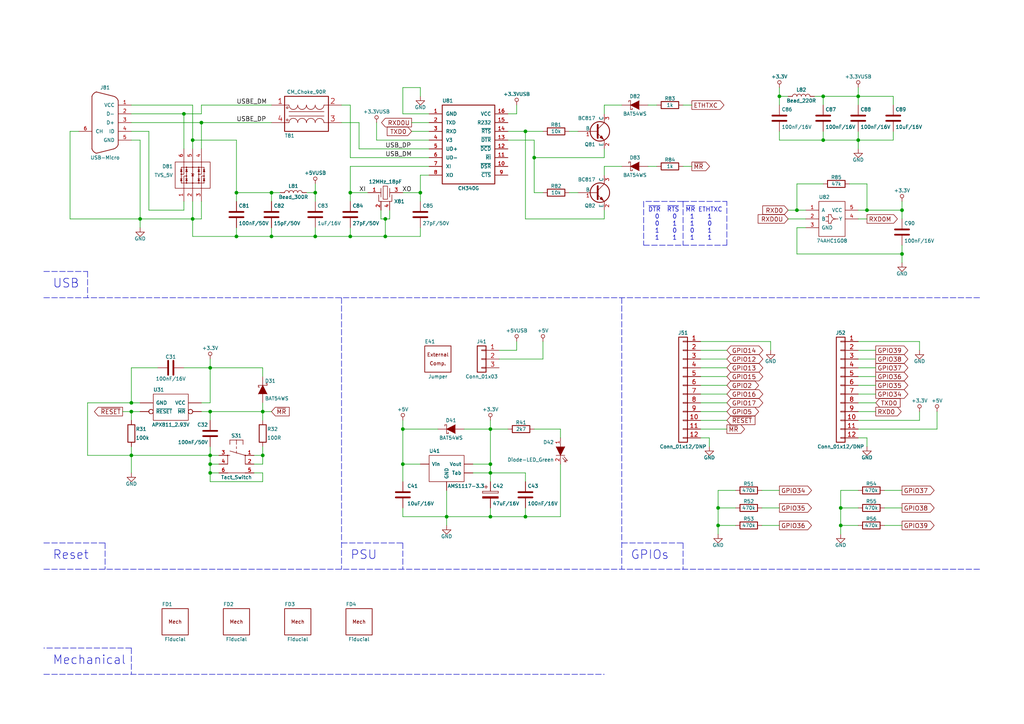
<source format=kicad_sch>
(kicad_sch (version 20211123) (generator eeschema)
  (paper "A4")
  (title_block (title "IOT ESP Ethernet") (date "2023-12-30") (rev "1") (company "Uysan"))
  (junction (at 238.76 27.94))
  (junction (at 111.76 68.58))
  (junction (at 76.2 119.38))
  (junction (at 68.58 68.58))
  (junction (at 38.1 132.08))
  (junction (at 238.76 40.64))
  (junction (at 101.6 68.58))
  (junction (at 60.96 119.38))
  (junction (at 91.44 68.58))
  (junction (at 111.76 63.5))
  (junction (at 40.64 63.5))
  (junction (at 142.24 134.62))
  (junction (at 243.84 147.32))
  (junction (at 154.94 45.72))
  (junction (at 55.88 63.5))
  (junction (at 78.74 68.58))
  (junction (at 60.96 134.62))
  (junction (at 101.6 55.88))
  (junction (at 248.92 40.64))
  (junction (at 231.14 60.96))
  (junction (at 251.46 60.96))
  (junction (at 38.1 116.84))
  (junction (at 152.4 149.86))
  (junction (at 226.06 27.94))
  (junction (at 261.62 60.96))
  (junction (at 38.1 119.38))
  (junction (at 60.96 106.68))
  (junction (at 261.62 73.66))
  (junction (at 53.34 33.02))
  (junction (at 76.2 132.08))
  (junction (at 55.88 40.64))
  (junction (at 208.28 147.32))
  (junction (at 142.24 149.86))
  (junction (at 248.92 27.94))
  (junction (at 78.74 55.88))
  (junction (at 243.84 152.4))
  (junction (at 129.54 149.86))
  (junction (at 116.84 134.62))
  (junction (at 58.42 35.56))
  (junction (at 116.84 124.46))
  (junction (at 68.58 55.88))
  (junction (at 60.96 132.08))
  (junction (at 121.92 55.88))
  (junction (at 60.96 137.16))
  (junction (at 208.28 152.4))
  (junction (at 152.4 38.1))
  (junction (at 91.44 55.88))
  (junction (at 142.24 124.46))
  (junction (at 142.24 137.16))
  (wire (pts (xy 248.92 60.96) (xy 251.46 60.96)))
  (wire (pts (xy 78.74 55.88) (xy 68.58 55.88)))
  (wire (pts (xy 248.92 147.32) (xy 243.84 147.32)))
  (wire (pts (xy 53.34 60.96) (xy 43.18 60.96)))
  (wire (pts (xy 208.28 154.94) (xy 208.28 152.4)))
  (wire (pts (xy 63.5 137.16) (xy 60.96 137.16)))
  (wire (pts (xy 116.84 124.46) (xy 127 124.46)))
  (wire (pts (xy 101.6 48.26) (xy 101.6 55.88)))
  (wire (pts (xy 55.88 68.58) (xy 68.58 68.58)))
  (wire (pts (xy 203.2 109.22) (xy 210.82 109.22)))
  (wire (pts (xy 121.92 55.88) (xy 121.92 58.42)))
  (polyline (pts (xy 116.84 157.48) (xy 116.84 165.1)))
  (wire (pts (xy 91.44 68.58) (xy 101.6 68.58)))
  (wire (pts (xy 175.26 43.18) (xy 175.26 45.72)))
  (wire (pts (xy 261.62 147.32) (xy 256.54 147.32)))
  (wire (pts (xy 60.96 132.08) (xy 60.96 134.62)))
  (wire (pts (xy 152.4 63.5) (xy 175.26 63.5)))
  (wire (pts (xy 175.26 63.5) (xy 175.26 60.96)))
  (wire (pts (xy 198.12 30.48) (xy 200.66 30.48)))
  (polyline (pts (xy 198.12 58.42) (xy 198.12 71.12)))
  (wire (pts (xy 40.64 63.5) (xy 55.88 63.5)))
  (wire (pts (xy 60.96 119.38) (xy 60.96 121.92)))
  (wire (pts (xy 147.32 124.46) (xy 142.24 124.46)))
  (wire (pts (xy 162.56 149.86) (xy 152.4 149.86)))
  (wire (pts (xy 203.2 124.46) (xy 210.82 124.46)))
  (wire (pts (xy 45.72 106.68) (xy 38.1 106.68)))
  (wire (pts (xy 223.52 99.06) (xy 203.2 99.06)))
  (wire (pts (xy 266.7 101.6) (xy 266.7 99.06)))
  (wire (pts (xy 111.76 63.5) (xy 113.03 63.5)))
  (wire (pts (xy 91.44 66.04) (xy 91.44 68.58)))
  (wire (pts (xy 203.2 119.38) (xy 210.82 119.38)))
  (wire (pts (xy 238.76 40.64) (xy 226.06 40.64)))
  (wire (pts (xy 154.94 40.64) (xy 154.94 45.72)))
  (polyline (pts (xy 198.12 58.42) (xy 186.69 58.42)))
  (wire (pts (xy 231.14 73.66) (xy 231.14 66.04)))
  (wire (pts (xy 228.6 63.5) (xy 233.68 63.5)))
  (polyline (pts (xy 198.12 71.12) (xy 210.82 71.12)))
  (wire (pts (xy 113.03 63.5) (xy 113.03 60.96)))
  (wire (pts (xy 259.08 27.94) (xy 259.08 30.48)))
  (wire (pts (xy 53.34 33.02) (xy 53.34 43.18)))
  (wire (pts (xy 38.1 33.02) (xy 53.34 33.02)))
  (wire (pts (xy 226.06 27.94) (xy 228.6 27.94)))
  (wire (pts (xy 223.52 101.6) (xy 223.52 99.06)))
  (wire (pts (xy 121.92 66.04) (xy 121.92 68.58)))
  (wire (pts (xy 119.38 38.1) (xy 124.46 38.1)))
  (polyline (pts (xy 12.7 165.1) (xy 284.48 165.1)))
  (wire (pts (xy 248.92 124.46) (xy 271.78 124.46)))
  (wire (pts (xy 58.42 30.48) (xy 78.74 30.48)))
  (wire (pts (xy 116.84 25.4) (xy 121.92 25.4)))
  (wire (pts (xy 228.6 60.96) (xy 231.14 60.96)))
  (wire (pts (xy 116.84 33.02) (xy 124.46 33.02)))
  (wire (pts (xy 142.24 147.32) (xy 142.24 149.86)))
  (wire (pts (xy 248.92 40.64) (xy 238.76 40.64)))
  (wire (pts (xy 266.7 121.92) (xy 248.92 121.92)))
  (wire (pts (xy 256.54 152.4) (xy 261.62 152.4)))
  (wire (pts (xy 38.1 106.68) (xy 38.1 116.84)))
  (wire (pts (xy 261.62 58.42) (xy 261.62 60.96)))
  (wire (pts (xy 121.92 50.8) (xy 121.92 55.88)))
  (wire (pts (xy 40.64 40.64) (xy 40.64 63.5)))
  (wire (pts (xy 152.4 147.32) (xy 152.4 149.86)))
  (wire (pts (xy 180.34 48.26) (xy 175.26 48.26)))
  (wire (pts (xy 119.38 35.56) (xy 124.46 35.56)))
  (wire (pts (xy 254 109.22) (xy 248.92 109.22)))
  (wire (pts (xy 271.78 124.46) (xy 271.78 119.38)))
  (wire (pts (xy 226.06 25.4) (xy 226.06 27.94)))
  (wire (pts (xy 213.36 147.32) (xy 208.28 147.32)))
  (wire (pts (xy 60.96 137.16) (xy 60.96 139.7)))
  (wire (pts (xy 76.2 137.16) (xy 76.2 139.7)))
  (polyline (pts (xy 99.06 86.36) (xy 99.06 165.1)))
  (wire (pts (xy 162.56 134.62) (xy 162.56 149.86)))
  (wire (pts (xy 55.88 58.42) (xy 55.88 63.5)))
  (wire (pts (xy 147.32 38.1) (xy 152.4 38.1)))
  (wire (pts (xy 40.64 66.04) (xy 40.64 63.5)))
  (polyline (pts (xy 186.69 58.42) (xy 186.69 71.12)))
  (wire (pts (xy 142.24 137.16) (xy 142.24 139.7)))
  (wire (pts (xy 208.28 142.24) (xy 208.28 147.32)))
  (wire (pts (xy 154.94 124.46) (xy 162.56 124.46)))
  (wire (pts (xy 238.76 40.64) (xy 238.76 38.1)))
  (wire (pts (xy 76.2 119.38) (xy 78.74 119.38)))
  (wire (pts (xy 91.44 55.88) (xy 91.44 58.42)))
  (wire (pts (xy 116.84 124.46) (xy 116.84 134.62)))
  (wire (pts (xy 149.86 30.48) (xy 149.86 33.02)))
  (wire (pts (xy 261.62 60.96) (xy 261.62 63.5)))
  (wire (pts (xy 124.46 50.8) (xy 121.92 50.8)))
  (wire (pts (xy 203.2 114.3) (xy 210.82 114.3)))
  (wire (pts (xy 248.92 116.84) (xy 254 116.84)))
  (wire (pts (xy 251.46 53.34) (xy 251.46 60.96)))
  (polyline (pts (xy 30.48 157.48) (xy 30.48 165.1)))
  (wire (pts (xy 254 114.3) (xy 248.92 114.3)))
  (wire (pts (xy 58.42 35.56) (xy 78.74 35.56)))
  (wire (pts (xy 157.48 104.14) (xy 144.78 104.14)))
  (wire (pts (xy 58.42 63.5) (xy 55.88 63.5)))
  (wire (pts (xy 208.28 152.4) (xy 213.36 152.4)))
  (wire (pts (xy 259.08 40.64) (xy 259.08 38.1)))
  (wire (pts (xy 238.76 53.34) (xy 231.14 53.34)))
  (wire (pts (xy 157.48 99.06) (xy 157.48 104.14)))
  (wire (pts (xy 165.1 55.88) (xy 167.64 55.88)))
  (wire (pts (xy 243.84 152.4) (xy 248.92 152.4)))
  (polyline (pts (xy 180.34 86.36) (xy 180.34 165.1)))
  (wire (pts (xy 266.7 99.06) (xy 248.92 99.06)))
  (wire (pts (xy 58.42 35.56) (xy 58.42 43.18)))
  (wire (pts (xy 58.42 30.48) (xy 58.42 33.02)))
  (wire (pts (xy 251.46 127) (xy 251.46 129.54)))
  (wire (pts (xy 104.14 35.56) (xy 104.14 43.18)))
  (wire (pts (xy 203.2 104.14) (xy 210.82 104.14)))
  (wire (pts (xy 248.92 27.94) (xy 259.08 27.94)))
  (wire (pts (xy 129.54 142.24) (xy 129.54 149.86)))
  (wire (pts (xy 58.42 119.38) (xy 60.96 119.38)))
  (wire (pts (xy 101.6 68.58) (xy 111.76 68.58)))
  (wire (pts (xy 175.26 30.48) (xy 175.26 33.02)))
  (wire (pts (xy 210.82 101.6) (xy 203.2 101.6)))
  (wire (pts (xy 55.88 30.48) (xy 55.88 40.64)))
  (wire (pts (xy 154.94 45.72) (xy 175.26 45.72)))
  (wire (pts (xy 38.1 132.08) (xy 38.1 137.16)))
  (wire (pts (xy 109.22 35.56) (xy 109.22 40.64)))
  (wire (pts (xy 243.84 142.24) (xy 243.84 147.32)))
  (wire (pts (xy 116.84 55.88) (xy 121.92 55.88)))
  (wire (pts (xy 38.1 119.38) (xy 40.64 119.38)))
  (wire (pts (xy 152.4 38.1) (xy 157.48 38.1)))
  (wire (pts (xy 248.92 40.64) (xy 248.92 43.18)))
  (wire (pts (xy 142.24 137.16) (xy 152.4 137.16)))
  (wire (pts (xy 261.62 73.66) (xy 261.62 76.2)))
  (wire (pts (xy 162.56 124.46) (xy 162.56 127)))
  (wire (pts (xy 101.6 30.48) (xy 101.6 45.72)))
  (wire (pts (xy 73.66 134.62) (xy 76.2 134.62)))
  (polyline (pts (xy 12.7 195.58) (xy 175.26 195.58)))
  (wire (pts (xy 248.92 142.24) (xy 243.84 142.24)))
  (polyline (pts (xy 186.69 71.12) (xy 198.12 71.12)))
  (wire (pts (xy 101.6 45.72) (xy 124.46 45.72)))
  (wire (pts (xy 78.74 68.58) (xy 91.44 68.58)))
  (wire (pts (xy 60.96 129.54) (xy 60.96 132.08)))
  (wire (pts (xy 38.1 30.48) (xy 55.88 30.48)))
  (wire (pts (xy 38.1 132.08) (xy 25.4 132.08)))
  (wire (pts (xy 231.14 60.96) (xy 233.68 60.96)))
  (wire (pts (xy 187.96 30.48) (xy 190.5 30.48)))
  (wire (pts (xy 111.76 68.58) (xy 121.92 68.58)))
  (wire (pts (xy 154.94 45.72) (xy 154.94 55.88)))
  (wire (pts (xy 63.5 132.08) (xy 60.96 132.08)))
  (wire (pts (xy 187.96 48.26) (xy 190.5 48.26)))
  (wire (pts (xy 101.6 55.88) (xy 106.68 55.88)))
  (wire (pts (xy 58.42 116.84) (xy 60.96 116.84)))
  (wire (pts (xy 60.96 104.14) (xy 60.96 106.68)))
  (wire (pts (xy 55.88 68.58) (xy 55.88 63.5)))
  (wire (pts (xy 226.06 142.24) (xy 220.98 142.24)))
  (wire (pts (xy 210.82 111.76) (xy 203.2 111.76)))
  (wire (pts (xy 254 104.14) (xy 248.92 104.14)))
  (wire (pts (xy 53.34 58.42) (xy 53.34 60.96)))
  (wire (pts (xy 261.62 73.66) (xy 231.14 73.66)))
  (wire (pts (xy 142.24 149.86) (xy 152.4 149.86)))
  (wire (pts (xy 248.92 127) (xy 251.46 127)))
  (wire (pts (xy 147.32 40.64) (xy 154.94 40.64)))
  (wire (pts (xy 38.1 40.64) (xy 40.64 40.64)))
  (polyline (pts (xy 198.12 58.42) (xy 210.82 58.42)))
  (wire (pts (xy 104.14 43.18) (xy 124.46 43.18)))
  (wire (pts (xy 78.74 58.42) (xy 78.74 55.88)))
  (wire (pts (xy 60.96 106.68) (xy 53.34 106.68)))
  (wire (pts (xy 137.16 134.62) (xy 142.24 134.62)))
  (wire (pts (xy 154.94 55.88) (xy 157.48 55.88)))
  (wire (pts (xy 142.24 124.46) (xy 142.24 134.62)))
  (wire (pts (xy 60.96 106.68) (xy 60.96 116.84)))
  (wire (pts (xy 20.32 63.5) (xy 20.32 38.1)))
  (wire (pts (xy 210.82 121.92) (xy 203.2 121.92)))
  (wire (pts (xy 35.56 119.38) (xy 38.1 119.38)))
  (wire (pts (xy 231.14 66.04) (xy 233.68 66.04)))
  (wire (pts (xy 116.84 147.32) (xy 116.84 149.86)))
  (wire (pts (xy 111.76 68.58) (xy 111.76 63.5)))
  (wire (pts (xy 226.06 27.94) (xy 226.06 30.48)))
  (polyline (pts (xy 198.12 157.48) (xy 198.12 165.1)))
  (wire (pts (xy 220.98 152.4) (xy 226.06 152.4)))
  (wire (pts (xy 76.2 134.62) (xy 76.2 132.08)))
  (wire (pts (xy 58.42 58.42) (xy 58.42 63.5)))
  (wire (pts (xy 38.1 35.56) (xy 58.42 35.56)))
  (wire (pts (xy 116.84 25.4) (xy 116.84 33.02)))
  (wire (pts (xy 236.22 27.94) (xy 238.76 27.94)))
  (wire (pts (xy 76.2 116.84) (xy 76.2 119.38)))
  (wire (pts (xy 55.88 40.64) (xy 55.88 43.18)))
  (wire (pts (xy 116.84 121.92) (xy 116.84 124.46)))
  (wire (pts (xy 152.4 38.1) (xy 152.4 63.5)))
  (polyline (pts (xy 12.7 86.36) (xy 284.48 86.36)))
  (wire (pts (xy 76.2 119.38) (xy 76.2 121.92)))
  (wire (pts (xy 68.58 55.88) (xy 68.58 58.42)))
  (wire (pts (xy 243.84 154.94) (xy 243.84 152.4)))
  (wire (pts (xy 40.64 63.5) (xy 20.32 63.5)))
  (wire (pts (xy 208.28 147.32) (xy 208.28 152.4)))
  (wire (pts (xy 68.58 40.64) (xy 68.58 55.88)))
  (wire (pts (xy 254 119.38) (xy 248.92 119.38)))
  (polyline (pts (xy 38.1 187.96) (xy 38.1 195.58)))
  (wire (pts (xy 248.92 40.64) (xy 259.08 40.64)))
  (wire (pts (xy 38.1 119.38) (xy 38.1 121.92)))
  (wire (pts (xy 246.38 53.34) (xy 251.46 53.34)))
  (wire (pts (xy 210.82 116.84) (xy 203.2 116.84)))
  (wire (pts (xy 137.16 137.16) (xy 142.24 137.16)))
  (wire (pts (xy 110.49 60.96) (xy 110.49 63.5)))
  (wire (pts (xy 99.06 30.48) (xy 101.6 30.48)))
  (wire (pts (xy 116.84 149.86) (xy 129.54 149.86)))
  (wire (pts (xy 43.18 38.1) (xy 38.1 38.1)))
  (wire (pts (xy 226.06 40.64) (xy 226.06 38.1)))
  (wire (pts (xy 124.46 48.26) (xy 101.6 48.26)))
  (polyline (pts (xy 99.06 157.48) (xy 116.84 157.48)))
  (wire (pts (xy 25.4 116.84) (xy 38.1 116.84)))
  (wire (pts (xy 73.66 137.16) (xy 76.2 137.16)))
  (wire (pts (xy 248.92 38.1) (xy 248.92 40.64)))
  (wire (pts (xy 81.28 55.88) (xy 78.74 55.88)))
  (wire (pts (xy 116.84 134.62) (xy 116.84 139.7)))
  (wire (pts (xy 147.32 33.02) (xy 149.86 33.02)))
  (wire (pts (xy 149.86 101.6) (xy 144.78 101.6)))
  (wire (pts (xy 68.58 66.04) (xy 68.58 68.58)))
  (wire (pts (xy 129.54 149.86) (xy 129.54 152.4)))
  (wire (pts (xy 226.06 147.32) (xy 220.98 147.32)))
  (wire (pts (xy 251.46 60.96) (xy 261.62 60.96)))
  (wire (pts (xy 25.4 116.84) (xy 25.4 132.08)))
  (wire (pts (xy 110.49 63.5) (xy 111.76 63.5)))
  (wire (pts (xy 134.62 124.46) (xy 142.24 124.46)))
  (wire (pts (xy 142.24 134.62) (xy 142.24 137.16)))
  (polyline (pts (xy 38.1 187.96) (xy 12.7 187.96)))
  (wire (pts (xy 213.36 142.24) (xy 208.28 142.24)))
  (wire (pts (xy 142.24 121.92) (xy 142.24 124.46)))
  (wire (pts (xy 76.2 132.08) (xy 73.66 132.08)))
  (wire (pts (xy 205.74 129.54) (xy 205.74 127)))
  (wire (pts (xy 248.92 63.5) (xy 251.46 63.5)))
  (wire (pts (xy 238.76 27.94) (xy 248.92 27.94)))
  (polyline (pts (xy 12.7 78.74) (xy 25.4 78.74)))
  (wire (pts (xy 78.74 66.04) (xy 78.74 68.58)))
  (wire (pts (xy 43.18 60.96) (xy 43.18 38.1)))
  (wire (pts (xy 109.22 40.64) (xy 124.46 40.64)))
  (polyline (pts (xy 210.82 71.12) (xy 210.82 58.42)))
  (wire (pts (xy 248.92 25.4) (xy 248.92 27.94)))
  (wire (pts (xy 63.5 134.62) (xy 60.96 134.62)))
  (wire (pts (xy 210.82 106.68) (xy 203.2 106.68)))
  (wire (pts (xy 248.92 30.48) (xy 248.92 27.94)))
  (wire (pts (xy 180.34 30.48) (xy 175.26 30.48)))
  (wire (pts (xy 248.92 101.6) (xy 254 101.6)))
  (wire (pts (xy 129.54 149.86) (xy 142.24 149.86)))
  (wire (pts (xy 60.96 106.68) (xy 76.2 106.68)))
  (wire (pts (xy 205.74 127) (xy 203.2 127)))
  (wire (pts (xy 20.32 38.1) (xy 22.86 38.1)))
  (wire (pts (xy 165.1 38.1) (xy 167.64 38.1)))
  (wire (pts (xy 53.34 33.02) (xy 58.42 33.02)))
  (wire (pts (xy 99.06 35.56) (xy 104.14 35.56)))
  (wire (pts (xy 76.2 129.54) (xy 76.2 132.08)))
  (wire (pts (xy 76.2 139.7) (xy 60.96 139.7)))
  (wire (pts (xy 38.1 129.54) (xy 38.1 132.08)))
  (wire (pts (xy 76.2 106.68) (xy 76.2 109.22)))
  (polyline (pts (xy 12.7 157.48) (xy 30.48 157.48)))
  (wire (pts (xy 248.92 111.76) (xy 254 111.76)))
  (polyline (pts (xy 25.4 78.74) (xy 25.4 86.36)))
  (wire (pts (xy 60.96 119.38) (xy 76.2 119.38)))
  (wire (pts (xy 91.44 55.88) (xy 88.9 55.88)))
  (wire (pts (xy 248.92 106.68) (xy 254 106.68)))
  (wire (pts (xy 91.44 53.34) (xy 91.44 55.88)))
  (wire (pts (xy 198.12 48.26) (xy 200.66 48.26)))
  (wire (pts (xy 38.1 132.08) (xy 60.96 132.08)))
  (wire (pts (xy 238.76 27.94) (xy 238.76 30.48)))
  (wire (pts (xy 243.84 147.32) (xy 243.84 152.4)))
  (wire (pts (xy 101.6 66.04) (xy 101.6 68.58)))
  (wire (pts (xy 60.96 134.62) (xy 60.96 137.16)))
  (wire (pts (xy 55.88 40.64) (xy 68.58 40.64)))
  (polyline (pts (xy 180.34 157.48) (xy 198.12 157.48)))
  (wire (pts (xy 121.92 134.62) (xy 116.84 134.62)))
  (wire (pts (xy 38.1 116.84) (xy 40.64 116.84)))
  (wire (pts (xy 175.26 48.26) (xy 175.26 50.8)))
  (wire (pts (xy 101.6 55.88) (xy 101.6 58.42)))
  (wire (pts (xy 231.14 53.34) (xy 231.14 60.96)))
  (wire (pts (xy 261.62 142.24) (xy 256.54 142.24)))
  (wire (pts (xy 121.92 27.94) (xy 121.92 25.4)))
  (wire (pts (xy 152.4 137.16) (xy 152.4 139.7)))
  (wire (pts (xy 266.7 119.38) (xy 266.7 121.92)))
  (wire (pts (xy 261.62 71.12) (xy 261.62 73.66)))
  (wire (pts (xy 149.86 99.06) (xy 149.86 101.6)))
  (wire (pts (xy 68.58 68.58) (xy 78.74 68.58)))
  (text "Reset" (at 15.24 162.56 0) (effects (font (size 2.54 2.54)) (justify left bottom)))
  (text "USB" (at 15.24 83.82 0) (effects (font (size 2.54 2.54)) (justify left bottom)))
  (text "Mechanical" (at 15.24 193.04 0) (effects (font (size 2.54 2.54)) (justify left bottom)))
  (text "PSU" (at 101.6 162.56 0) (effects (font (size 2.54 2.54)) (justify left bottom)))
  (text "~{DTR}  ~{RTS}  ~{MR} ETHTXC\n  0    0    1    1\n  0    1    1    0\n  1    0    0    1\n  1    1    1    1" (at 187.96 69.85 0) (effects (font (size 1.27 1.27)) (justify left bottom)))
  (text "GPIOs" (at 182.88 162.56 0) (effects (font (size 2.54 2.54)) (justify left bottom)))
  (label "USB_DM" (at 111.76 45.72 0))
  (label "USB_DP" (at 111.76 43.18 0))
  (label "USBE_DM" (at 68.58 30.48 0))
  (label "USBE_DP" (at 68.58 35.56 0))
  (label "XI" (at 104.14 55.88 0))
  (label "XO" (at 119.38 55.88 180))
  (global_label "GPIO37" (shape output) (at 254 106.68 0) (property "Intersheet References" "${INTERSHEET_REFS}" (effects hide)))
  (global_label "GPIO14" (shape bidirectional) (at 210.82 101.6 0) (property "Intersheet References" "${INTERSHEET_REFS}" (effects hide)))
  (global_label "~{RESET}" (shape output) (at 35.56 119.38 180) (property "Intersheet References" "${INTERSHEET_REFS}" (effects hide)))
  (global_label "RXD0U" (shape output) (at 119.38 35.56 180) (property "Intersheet References" "${INTERSHEET_REFS}" (effects hide)))
  (global_label "RXD0" (shape output) (at 254 119.38 0) (property "Intersheet References" "${INTERSHEET_REFS}" (effects hide)))
  (global_label "GPIO35" (shape output) (at 254 111.76 0) (property "Intersheet References" "${INTERSHEET_REFS}" (effects hide)))
  (global_label "~{MR}" (shape output) (at 210.82 124.46 0) (property "Intersheet References" "${INTERSHEET_REFS}" (effects hide)))
  (global_label "GPIO12" (shape bidirectional) (at 210.82 104.14 0) (property "Intersheet References" "${INTERSHEET_REFS}" (effects hide)))
  (global_label "GPIO15" (shape bidirectional) (at 210.82 109.22 0) (property "Intersheet References" "${INTERSHEET_REFS}" (effects hide)))
  (global_label "GPIO37" (shape output) (at 261.62 142.24 0) (property "Intersheet References" "${INTERSHEET_REFS}" (effects hide)))
  (global_label "GPIO16" (shape bidirectional) (at 210.82 114.3 0) (property "Intersheet References" "${INTERSHEET_REFS}" (effects hide)))
  (global_label "GPIO5" (shape bidirectional) (at 210.82 119.38 0) (property "Intersheet References" "${INTERSHEET_REFS}" (effects hide)))
  (global_label "GPIO39" (shape output) (at 254 101.6 0) (property "Intersheet References" "${INTERSHEET_REFS}" (effects hide)))
  (global_label "GPIO36" (shape output) (at 226.06 152.4 0) (property "Intersheet References" "${INTERSHEET_REFS}" (effects hide)))
  (global_label "GPIO13" (shape bidirectional) (at 210.82 106.68 0) (property "Intersheet References" "${INTERSHEET_REFS}" (effects hide)))
  (global_label "TXD0" (shape input) (at 119.38 38.1 180) (property "Intersheet References" "${INTERSHEET_REFS}" (effects hide)))
  (global_label "ETHTXC" (shape output) (at 200.66 30.48 0) (property "Intersheet References" "${INTERSHEET_REFS}" (effects hide)))
  (global_label "RXD0U" (shape input) (at 228.6 63.5 180) (property "Intersheet References" "${INTERSHEET_REFS}" (effects hide)))
  (global_label "GPIO34" (shape output) (at 254 114.3 0) (property "Intersheet References" "${INTERSHEET_REFS}" (effects hide)))
  (global_label "GPIO35" (shape output) (at 226.06 147.32 0) (property "Intersheet References" "${INTERSHEET_REFS}" (effects hide)))
  (global_label "~{RESET}" (shape input) (at 210.82 121.92 0) (property "Intersheet References" "${INTERSHEET_REFS}" (effects hide)))
  (global_label "GPIO38" (shape output) (at 254 104.14 0) (property "Intersheet References" "${INTERSHEET_REFS}" (effects hide)))
  (global_label "GPIO36" (shape output) (at 254 109.22 0) (property "Intersheet References" "${INTERSHEET_REFS}" (effects hide)))
  (global_label "RXD0" (shape input) (at 228.6 60.96 180) (property "Intersheet References" "${INTERSHEET_REFS}" (effects hide)))
  (global_label "GPIO34" (shape output) (at 226.06 142.24 0) (property "Intersheet References" "${INTERSHEET_REFS}" (effects hide)))
  (global_label "GPIO17" (shape bidirectional) (at 210.82 116.84 0) (property "Intersheet References" "${INTERSHEET_REFS}" (effects hide)))
  (global_label "GPIO2" (shape bidirectional) (at 210.82 111.76 0) (property "Intersheet References" "${INTERSHEET_REFS}" (effects hide)))
  (global_label "GPIO38" (shape output) (at 261.62 147.32 0) (property "Intersheet References" "${INTERSHEET_REFS}" (effects hide)))
  (global_label "GPIO39" (shape output) (at 261.62 152.4 0) (property "Intersheet References" "${INTERSHEET_REFS}" (effects hide)))
  (global_label "~{MR}" (shape input) (at 78.74 119.38 0) (property "Intersheet References" "${INTERSHEET_REFS}" (effects hide)))
  (global_label "~{MR}" (shape output) (at 200.66 48.26 0) (property "Intersheet References" "${INTERSHEET_REFS}" (effects hide)))
  (global_label "RXD0M" (shape output) (at 251.46 63.5 0) (property "Intersheet References" "${INTERSHEET_REFS}" (effects hide)))
  (global_label "TXD0" (shape input) (at 254 116.84 0) (property "Intersheet References" "${INTERSHEET_REFS}" (effects hide)))
  (symbol (lib_id "Celebi:Conn_01x03") (at 139.7 104.14 0) (mirror y) (unit 1)
    (property "Reference" "J41" (at 139.7 99.06 0) (effects (font (size 1.016 1.016))))
    (property "Value" "Conn_01x03" (at 139.7 109.22 0) (effects (font (size 1.016 1.016))))
    (property "Footprint" "Celebi:sil-1.27mm-3P" (effects hide))
    (property "Datasheet" "https://www.helloxkb.com/public/images/pdf/X1311WV-XXJ-C18D27.pdf" (effects hide))
    (property "Tolerance" "_" (effects hide))
    (property "Power" "1A" (effects hide))
    (property "Temperature" "-40+105°C" (effects hide))
    (property "Manufacturer" "XKB" (effects hide))
    (property "PartNumber" "X1311WV-03J-C18D27" (effects hide))
    (property "Digikey" "!SAM10238-ND" (effects hide))
  )
  (symbol (lib_id "Celebi:Diode-Schottky") (at 130.81 124.46 0) (mirror y) (unit 1)
    (property "Reference" "D41" (at 130.81 121.92 0) (effects (font (size 1.016 1.016))))
    (property "Value" "BAT54WS" (at 130.81 127 0) (effects (font (size 1.016 1.016))))
    (property "Footprint" "Celebi:SOD323" (effects hide))
    (property "Datasheet" "https://www.panjit.com.tw/upload/datasheet/BAT54WS.pdf" (effects hide))
    (property "Tolerance" "_" (effects hide))
    (property "Power" "0.2A" (effects hide))
    (property "Temperature" "-55+125°C" (effects hide))
    (property "Manufacturer" "Panjit" (effects hide))
    (property "PartNumber" "BAT54WS_R1_00001" (effects hide))
    (property "Digikey" "3757-BAT54WS_R1_00001CT-ND" (effects hide))
  )
  (symbol (lib_id "Celebi:Mechanical") (at 50.8 180.34 0) (unit 1) (in_bom no)
    (property "Reference" "FD1" (at 46.99 175.26 0) (effects (font (size 1.016 1.016)) (justify left)))
    (property "Value" "Fiducial" (at 50.8 185.42 0) (effects (font (size 1.016 1.016))))
    (property "Footprint" "Celebi:fiducial_sc_D1_M3mm" (effects hide))
    (property "Tolerance" "_" (effects hide))
    (property "Power" "_" (effects hide))
    (property "Temperature" "_" (effects hide))
    (property "Manufacturer" "_" (effects hide))
    (property "PartNumber" "_" (effects hide))
    (property "Digikey" "_" (effects hide))
  )
  (symbol (lib_id "Celebi:resistor") (at 242.57 53.34 0) (unit 1)
    (property "Reference" "R85" (at 242.57 51.435 0) (effects (font (size 1.016 1.016))))
    (property "Value" "47k" (at 242.57 53.34 0) (effects (font (size 1.016 1.016))))
    (property "Footprint" "Celebi:SM0402" (effects hide))
    (property "Datasheet" "https://www.yageo.com/upload/media/product/productsearch/datasheet/rchip/PYu-RC_Group_51_RoHS_L_12.pdf" (effects hide))
    (property "Tolerance" "1%" (effects hide))
    (property "Power" "1/16W" (effects hide))
    (property "Temperature" "-55+155°C" (effects hide))
    (property "Manufacturer" "Yageo" (effects hide))
    (property "PartNumber" "RC0402FR-0747KL" (effects hide))
    (property "Digikey" "311-47.0KLRCT-ND" (effects hide))
  )
  (symbol (lib_id "Celebi:resistor") (at 194.31 48.26 0) (unit 1)
    (property "Reference" "R84" (at 194.31 46.355 0) (effects (font (size 1.016 1.016))))
    (property "Value" "1k" (at 194.31 48.26 0) (effects (font (size 1.016 1.016))))
    (property "Footprint" "Celebi:SM0402" (effects hide))
    (property "Datasheet" "https://www.yageo.com/upload/media/product/productsearch/datasheet/rchip/PYu-RC_Group_51_RoHS_L_12.pdf" (effects hide))
    (property "Tolerance" "1%" (effects hide))
    (property "Power" "1/16W" (effects hide))
    (property "Temperature" "-55+155°C" (effects hide))
    (property "Manufacturer" "Yageo" (effects hide))
    (property "PartNumber" "RC0402FR-071KL" (effects hide))
    (property "Digikey" "311-1.00KLRCT-ND" (effects hide))
  )
  (symbol (lib_id "Celebi:+3.3V") (at 261.62 58.42 0) (unit 1)
    (property "Reference" "#PWR0147" (effects hide))
    (property "Value" "+3.3V" (at 261.62 55.245 0) (effects (font (size 1.016 1.016))))
  )
  (symbol (lib_id "Celebi:GND") (at 129.54 152.4 0) (unit 1)
    (property "Reference" "#PWR0140" (effects hide))
    (property "Value" "GND" (at 129.54 155.575 0) (effects (font (size 1.016 1.016))))
  )
  (symbol (lib_id "Celebi:Conn_01x12") (at 198.12 113.03 0) (mirror y) (unit 1)
    (property "Reference" "J51" (at 198.12 96.52 0) (effects (font (size 1.016 1.016))))
    (property "Value" "Conn_01x12{slash}DNP" (at 198.12 129.54 0) (effects (font (size 1.016 1.016))))
    (property "Footprint" "Celebi:sil-12P" (effects hide))
    (property "Datasheet" "https://www.helloxkb.com/public/images/pdf/X6511WV-XXH-C60D30.pdf" (effects hide))
    (property "Tolerance" "_" (effects hide))
    (property "Power" "3A" (effects hide))
    (property "Temperature" "-40+105°C" (effects hide))
    (property "Manufacturer" "XKB" (effects hide))
    (property "PartNumber" "X6511WV-12H-C60D30" (effects hide))
    (property "Digikey" "!S1012EC-12-ND" (effects hide))
  )
  (symbol (lib_id "Celebi:GND") (at 38.1 137.16 0) (unit 1)
    (property "Reference" "#PWR0150" (effects hide))
    (property "Value" "GND" (at 38.1 140.335 0) (effects (font (size 1.016 1.016))))
  )
  (symbol (lib_id "Celebi:capacitor") (at 60.96 125.73 90) (mirror x) (unit 1)
    (property "Reference" "C32" (at 60.325 123.19 90) (effects (font (size 1.016 1.016)) (justify left)))
    (property "Value" "100nF{slash}50V" (at 60.325 128.27 90) (effects (font (size 1.016 1.016)) (justify left)))
    (property "Footprint" "Celebi:SM0603C" (effects hide))
    (property "Datasheet" "http://weblib.samsungsem.com/mlcc/mlcc-ec-data-sheet.do?partNumber=CL10B104KB8NNN" (effects hide))
    (property "Tolerance" "10%" (effects hide))
    (property "Power" "_" (effects hide))
    (property "Temperature" "-55+125°C" (effects hide))
    (property "Manufacturer" "Samsung" (effects hide))
    (property "PartNumber" "CL10B104KB8NNNC" (effects hide))
    (property "Digikey" "1276-1000-1-ND" (effects hide))
  )
  (symbol (lib_id "Celebi:resistor") (at 38.1 125.73 270) (mirror x) (unit 1)
    (property "Reference" "R31" (at 39.37 124.46 90) (effects (font (size 1.016 1.016)) (justify left)))
    (property "Value" "100k" (at 39.37 127 90) (effects (font (size 1.016 1.016)) (justify left)))
    (property "Footprint" "Celebi:SM0402" (effects hide))
    (property "Datasheet" "https://www.yageo.com/upload/media/product/productsearch/datasheet/rchip/PYu-RC_Group_51_RoHS_L_12.pdf" (effects hide))
    (property "Tolerance" "1%" (effects hide))
    (property "Power" "1/16W" (effects hide))
    (property "Temperature" "-55+155°C" (effects hide))
    (property "Manufacturer" "Yageo" (effects hide))
    (property "PartNumber" "RC0402FR-07100KL" (effects hide))
    (property "Digikey" "311-100KLRCT-ND" (effects hide))
  )
  (symbol (lib_id "Celebi:Choke-CM-CNSW") (at 88.9 33.02 0) (mirror x) (unit 1)
    (property "Reference" "T81" (at 82.55 39.37 0) (effects (font (size 1.016 1.016)) (justify left)))
    (property "Value" "CM_Choke_90R" (at 88.9 26.67 0) (effects (font (size 1.016 1.016))))
    (property "Footprint" "Celebi:tr-smd-WE-CNSW_0805" (effects hide))
    (property "Datasheet" "https://www.sunlordinc.com/uploads/files/20230829/SDCW%20series%20of%20Wire%20Wound%20Chip%20Common%20Mode%20Choke%20Coil.pdf" (effects hide))
    (property "Tolerance" "_" (effects hide))
    (property "Power" "0.33A" (effects hide))
    (property "Temperature" "-40+85°C" (effects hide))
    (property "Manufacturer" "Sunlord" (effects hide))
    (property "PartNumber" "SDCW2012-2-900TF" (effects hide))
    (property "Digikey" "!732-3198-1-ND" (effects hide))
  )
  (symbol (lib_id "Celebi:824015") (at 55.88 50.8 90) (unit 1)
    (property "Reference" "D81" (at 50.165 48.26 90) (effects (font (size 1.016 1.016)) (justify left)))
    (property "Value" "TVS_5V" (at 50.165 50.8 90) (effects (font (size 1.016 1.016)) (justify left)))
    (property "Footprint" "Celebi:SOT23-6L" (effects hide))
    (property "Datasheet" "https://en.leiditech.com/u_file/file/products/2212/13/392447b971.pdf" (effects hide))
    (property "Tolerance" "_" (effects hide))
    (property "Power" "350W" (effects hide))
    (property "Temperature" "-55+125°C" (effects hide))
    (property "Manufacturer" "Leiditech" (effects hide))
    (property "PartNumber" "USRV05-4" (effects hide))
    (property "Digikey" "!497-4492-1-ND" (effects hide))
  )
  (symbol (lib_id "Celebi:Diode-Schottky") (at 76.2 113.03 270) (mirror x) (unit 1)
    (property "Reference" "D31" (at 76.835 110.49 90) (effects (font (size 1.016 1.016)) (justify left)))
    (property "Value" "BAT54WS" (at 76.835 115.57 90) (effects (font (size 1.016 1.016)) (justify left)))
    (property "Footprint" "Celebi:SOD323" (effects hide))
    (property "Datasheet" "https://www.panjit.com.tw/upload/datasheet/BAT54WS.pdf" (effects hide))
    (property "Tolerance" "_" (effects hide))
    (property "Power" "0.2A" (effects hide))
    (property "Temperature" "-55+125°C" (effects hide))
    (property "Manufacturer" "Panjit" (effects hide))
    (property "PartNumber" "BAT54WS_R1_00001" (effects hide))
    (property "Digikey" "3757-BAT54WS_R1_00001CT-ND" (effects hide))
  )
  (symbol (lib_id "Celebi:GND") (at 205.74 129.54 0) (unit 1)
    (property "Reference" "#PWR0135" (effects hide))
    (property "Value" "GND" (at 205.74 132.715 0) (effects (font (size 1.016 1.016))))
  )
  (symbol (lib_id "Celebi:74LVC1G08") (at 241.3 63.5 0) (unit 1)
    (property "Reference" "U82" (at 237.49 57.15 0) (effects (font (size 1.016 1.016)) (justify left)))
    (property "Value" "74AHC1G08" (at 241.3 69.85 0) (effects (font (size 1.016 1.016))))
    (property "Footprint" "Celebi:SOT23-5L" (effects hide))
    (property "Datasheet" "https://www.ti.com/lit/ds/symlink/sn74ahc1g08.pdf" (effects hide))
    (property "Tolerance" "_" (effects hide))
    (property "Power" "0.05A" (effects hide))
    (property "Temperature" "-55+125°C" (effects hide))
    (property "Manufacturer" "Texas_Instruments" (effects hide))
    (property "PartNumber" "SN74AHC1G08DBVR" (effects hide))
    (property "Digikey" "296-1091-1-ND" (effects hide))
  )
  (symbol (lib_id "Celebi:+3.3V") (at 226.06 25.4 0) (unit 1)
    (property "Reference" "#PWR0144" (effects hide))
    (property "Value" "+3.3V" (at 226.06 22.225 0) (effects (font (size 1.016 1.016))))
  )
  (symbol (lib_id "Celebi:Mechanical") (at 68.58 180.34 0) (unit 1) (in_bom no)
    (property "Reference" "FD2" (at 64.77 175.26 0) (effects (font (size 1.016 1.016)) (justify left)))
    (property "Value" "Fiducial" (at 68.58 185.42 0) (effects (font (size 1.016 1.016))))
    (property "Footprint" "Celebi:fiducial_sc_D1_M3mm" (effects hide))
    (property "Tolerance" "_" (effects hide))
    (property "Power" "_" (effects hide))
    (property "Temperature" "_" (effects hide))
    (property "Manufacturer" "_" (effects hide))
    (property "PartNumber" "_" (effects hide))
    (property "Digikey" "_" (effects hide))
  )
  (symbol (lib_id "Celebi:capacitor_pol") (at 142.24 143.51 270) (unit 1)
    (property "Reference" "C42" (at 142.875 140.97 90) (effects (font (size 1.016 1.016)) (justify left)))
    (property "Value" "47uF{slash}16V" (at 142.875 146.05 90) (effects (font (size 1.016 1.016)) (justify left)))
    (property "Footprint" "Celebi:SMD-C-6032" (effects hide))
    (property "Datasheet" "https://spicat.kyocera-avx.com/product/tan/chartview/TAJC476K016RNJ/DataSheet/gen_taj/TAJC476_016_NJ" (effects hide))
    (property "Tolerance" "10%" (effects hide))
    (property "Power" "_" (effects hide))
    (property "Temperature" "-55+125°C" (effects hide))
    (property "Manufacturer" "Kyocera_AVX" (effects hide))
    (property "PartNumber" "TAJC476K016RNJ" (effects hide))
    (property "Digikey" "478-1718-1-ND" (effects hide))
  )
  (symbol (lib_id "Celebi:+5VUSB") (at 149.86 99.06 0) (unit 1)
    (property "Reference" "#PWR0137" (effects hide))
    (property "Value" "+5VUSB" (at 149.86 95.885 0) (effects (font (size 1.016 1.016))))
  )
  (symbol (lib_id "Celebi:resistor") (at 217.17 152.4 0) (unit 1)
    (property "Reference" "R53" (at 217.17 150.495 0) (effects (font (size 1.016 1.016))))
    (property "Value" "470k" (at 217.17 152.4 0) (effects (font (size 1.016 1.016))))
    (property "Footprint" "Celebi:SM0402" (effects hide))
    (property "Datasheet" "https://www.yageo.com/upload/media/product/productsearch/datasheet/rchip/Pyu-RC_Group_51_RoHS_L_12.pdf" (effects hide))
    (property "Tolerance" "1%" (effects hide))
    (property "Power" "1/16W" (effects hide))
    (property "Temperature" "-55+155°C" (effects hide))
    (property "Manufacturer" "Yageo" (effects hide))
    (property "PartNumber" "RC0402FR-07470KL" (effects hide))
    (property "Digikey" "311-470KLRCT-ND" (effects hide))
  )
  (symbol (lib_id "Celebi:resistor") (at 194.31 30.48 0) (unit 1)
    (property "Reference" "R83" (at 194.31 28.575 0) (effects (font (size 1.016 1.016))))
    (property "Value" "1k" (at 194.31 30.48 0) (effects (font (size 1.016 1.016))))
    (property "Footprint" "Celebi:SM0402" (effects hide))
    (property "Datasheet" "https://www.yageo.com/upload/media/product/productsearch/datasheet/rchip/PYu-RC_Group_51_RoHS_L_12.pdf" (effects hide))
    (property "Tolerance" "1%" (effects hide))
    (property "Power" "1/16W" (effects hide))
    (property "Temperature" "-55+155°C" (effects hide))
    (property "Manufacturer" "Yageo" (effects hide))
    (property "PartNumber" "RC0402FR-071KL" (effects hide))
    (property "Digikey" "311-1.00KLRCT-ND" (effects hide))
  )
  (symbol (lib_id "Celebi:+3.3V") (at 142.24 121.92 0) (unit 1)
    (property "Reference" "#PWR0141" (effects hide))
    (property "Value" "+3.3V" (at 142.24 118.745 0) (effects (font (size 1.016 1.016))))
  )
  (symbol (lib_id "Celebi:Mechanical") (at 86.36 180.34 0) (unit 1) (in_bom no)
    (property "Reference" "FD3" (at 82.55 175.26 0) (effects (font (size 1.016 1.016)) (justify left)))
    (property "Value" "Fiducial" (at 86.36 185.42 0) (effects (font (size 1.016 1.016))))
    (property "Footprint" "Celebi:fiducial_sc_D1_M3mm" (effects hide))
    (property "Tolerance" "_" (effects hide))
    (property "Power" "_" (effects hide))
    (property "Temperature" "_" (effects hide))
    (property "Manufacturer" "_" (effects hide))
    (property "PartNumber" "_" (effects hide))
    (property "Digikey" "_" (effects hide))
  )
  (symbol (lib_id "Celebi:resistor") (at 151.13 124.46 0) (unit 1)
    (property "Reference" "R41" (at 151.13 122.555 0) (effects (font (size 1.016 1.016))))
    (property "Value" "2k7" (at 151.13 124.46 0) (effects (font (size 1.016 1.016))))
    (property "Footprint" "Celebi:SM0402" (effects hide))
    (property "Datasheet" "https://www.yageo.com/upload/media/product/productsearch/datasheet/rchip/PYu-RC_Group_51_RoHS_L_12.pdf" (effects hide))
    (property "Tolerance" "1%" (effects hide))
    (property "Power" "1/16W" (effects hide))
    (property "Temperature" "-55+155°C" (effects hide))
    (property "Manufacturer" "Yageo" (effects hide))
    (property "PartNumber" "RC0402FR-072K7L" (effects hide))
    (property "Digikey" "311-2.70KLRCT-ND" (effects hide))
  )
  (symbol (lib_id "Celebi:+5VUSB") (at 91.44 53.34 0) (unit 1)
    (property "Reference" "#PWR0149" (effects hide))
    (property "Value" "+5VUSB" (at 91.44 50.165 0) (effects (font (size 1.016 1.016))))
  )
  (symbol (lib_id "Celebi:Diode-Schottky") (at 184.15 48.26 0) (mirror y) (unit 1)
    (property "Reference" "D83" (at 184.15 45.72 0) (effects (font (size 1.016 1.016))))
    (property "Value" "BAT54WS" (at 184.15 50.8 0) (effects (font (size 1.016 1.016))))
    (property "Footprint" "Celebi:SOD323" (effects hide))
    (property "Datasheet" "https://www.panjit.com.tw/upload/datasheet/BAT54WS.pdf" (effects hide))
    (property "Tolerance" "_" (effects hide))
    (property "Power" "0.2A" (effects hide))
    (property "Temperature" "-55+125°C" (effects hide))
    (property "Manufacturer" "Panjit" (effects hide))
    (property "PartNumber" "BAT54WS_R1_00001" (effects hide))
    (property "Digikey" "3757-BAT54WS_R1_00001CT-ND" (effects hide))
  )
  (symbol (lib_id "Celebi:+3.3VUSB") (at 109.22 35.56 0) (unit 1)
    (property "Reference" "#PWR0152" (effects hide))
    (property "Value" "+3.3VUSB" (at 109.22 32.385 0) (effects (font (size 1.016 1.016))))
  )
  (symbol (lib_id "Celebi:inductor") (at 232.41 27.94 0) (unit 1)
    (property "Reference" "L82" (at 232.41 26.035 0) (effects (font (size 1.016 1.016))))
    (property "Value" "Bead_220R" (at 232.41 29.21 0) (effects (font (size 1.016 1.016))))
    (property "Footprint" "Celebi:SM0402L" (effects hide))
    (property "Datasheet" "https://www.we-online.com/catalog/datasheet/742792780.pdf" (effects hide))
    (property "Tolerance" "25%" (effects hide))
    (property "Power" "0.3A" (effects hide))
    (property "Temperature" "-55+125°C" (effects hide))
    (property "Manufacturer" "Wurth" (effects hide))
    (property "PartNumber" "742792780" (effects hide))
    (property "Digikey" "732-1569-1-ND" (effects hide))
  )
  (symbol (lib_id "Celebi:resistor") (at 252.73 142.24 0) (unit 1)
    (property "Reference" "R54" (at 252.73 140.335 0) (effects (font (size 1.016 1.016))))
    (property "Value" "470k" (at 252.73 142.24 0) (effects (font (size 1.016 1.016))))
    (property "Footprint" "Celebi:SM0402" (effects hide))
    (property "Datasheet" "https://www.yageo.com/upload/media/product/productsearch/datasheet/rchip/Pyu-RC_Group_51_RoHS_L_12.pdf" (effects hide))
    (property "Tolerance" "1%" (effects hide))
    (property "Power" "1/16W" (effects hide))
    (property "Temperature" "-55+155°C" (effects hide))
    (property "Manufacturer" "Yageo" (effects hide))
    (property "PartNumber" "RC0402FR-07470KL" (effects hide))
    (property "Digikey" "311-470KLRCT-ND" (effects hide))
  )
  (symbol (lib_id "Celebi:+3.3VUSB") (at 248.92 25.4 0) (unit 1)
    (property "Reference" "#PWR0146" (effects hide))
    (property "Value" "+3.3VUSB" (at 248.92 22.225 0) (effects (font (size 1.016 1.016))))
  )
  (symbol (lib_id "Celebi:Tact_SW_6pin_TASV") (at 68.58 134.62 0) (mirror y) (unit 1)
    (property "Reference" "S31" (at 68.58 126.365 0) (effects (font (size 1.016 1.016))))
    (property "Value" "Tact_Switch" (at 68.58 138.43 0) (effects (font (size 1.016 1.016))))
    (property "Footprint" "Celebi:switch-WE-WS-TASV-3x2.6_H1.4mm" (effects hide))
    (property "Datasheet" "https://www.dg-switch.com/uploads/soft/190720/GT-TX171X-H014-LX.pdf" (effects hide))
    (property "Tolerance" "_" (effects hide))
    (property "Power" "0.05A" (effects hide))
    (property "Temperature" "-30+85°C" (effects hide))
    (property "Manufacturer" "G-Switch" (effects hide))
    (property "PartNumber" "GT-TC171A-H014-L1" (effects hide))
    (property "Digikey" "!732-435171014816CT-ND" (effects hide))
  )
  (symbol (lib_id "Celebi:+3.3V") (at 266.7 119.38 0) (unit 1)
    (property "Reference" "#PWR0129" (effects hide))
    (property "Value" "+3.3V" (at 266.7 116.205 0) (effects (font (size 1.016 1.016))))
  )
  (symbol (lib_id "Celebi:resistor") (at 217.17 142.24 0) (unit 1)
    (property "Reference" "R51" (at 217.17 140.335 0) (effects (font (size 1.016 1.016))))
    (property "Value" "470k" (at 217.17 142.24 0) (effects (font (size 1.016 1.016))))
    (property "Footprint" "Celebi:SM0402" (effects hide))
    (property "Datasheet" "https://www.yageo.com/upload/media/product/productsearch/datasheet/rchip/Pyu-RC_Group_51_RoHS_L_12.pdf" (effects hide))
    (property "Tolerance" "1%" (effects hide))
    (property "Power" "1/16W" (effects hide))
    (property "Temperature" "-55+155°C" (effects hide))
    (property "Manufacturer" "Yageo" (effects hide))
    (property "PartNumber" "RC0402FR-07470KL" (effects hide))
    (property "Digikey" "311-470KLRCT-ND" (effects hide))
  )
  (symbol (lib_id "Celebi:+3.3VUSB") (at 149.86 30.48 0) (unit 1)
    (property "Reference" "#PWR0154" (effects hide))
    (property "Value" "+3.3VUSB" (at 149.86 27.305 0) (effects (font (size 1.016 1.016))))
  )
  (symbol (lib_id "Celebi:+5V") (at 116.84 121.92 0) (unit 1)
    (property "Reference" "#PWR0155" (effects hide))
    (property "Value" "+5V" (at 116.84 118.745 0) (effects (font (size 1.016 1.016))))
  )
  (symbol (lib_id "Celebi:CRYSTAL_4Pin_Mini_GND") (at 111.76 55.88 0) (unit 1)
    (property "Reference" "X81" (at 114.3 58.42 0) (effects (font (size 1.016 1.016)) (justify left)))
    (property "Value" "12MHz_18pF" (at 111.76 52.705 0) (effects (font (size 1.016 1.016))))
    (property "Footprint" "Celebi:xtal-3.2x2.5mm_4pin" (effects hide))
    (property "Datasheet" "https://datasheet.lcsc.com/lcsc/1912111437_TAE-Zhejiang-Abel-Elec-TAXM12M4RKDCDT2T_C403945.pdf" (effects hide))
    (property "Tolerance" "20ppm" (effects hide))
    (property "Power" "_" (effects hide))
    (property "Temperature" "-40+85°C" (effects hide))
    (property "Manufacturer" "TAE" (effects hide))
    (property "PartNumber" "TAXM12M4RKDCDT2T" (effects hide))
    (property "Digikey" "!2151-RH100-12.000-18-2020-EXT-TRCT-ND" (effects hide))
  )
  (symbol (lib_id "Celebi:BC817") (at 175.26 55.88 0) (unit 1)
    (property "Reference" "Q82" (at 172.72 59.6646 0) (effects (font (size 1.016 1.016)) (justify right)))
    (property "Value" "BC817" (at 172.72 52.07 0) (effects (font (size 1.016 1.016)) (justify right)))
    (property "Footprint" "Celebi:SOT23-3" (effects hide))
    (property "Datasheet" "https://assets.nexperia.com/documents/data-sheet/BC817_SER.pdf" (effects hide))
    (property "Tolerance" "_" (effects hide))
    (property "Power" "0.5A" (effects hide))
    (property "Temperature" "-65+150°C" (effects hide))
    (property "Manufacturer" "Nexperia" (effects hide))
    (property "PartNumber" "BC817-40-215" (effects hide))
    (property "Digikey" "1727-2919-1-ND" (effects hide))
  )
  (symbol (lib_id "Celebi:resistor") (at 76.2 125.73 270) (unit 1)
    (property "Reference" "R32" (at 77.47 124.46 90) (effects (font (size 1.016 1.016)) (justify left)))
    (property "Value" "100R" (at 77.47 127 90) (effects (font (size 1.016 1.016)) (justify left)))
    (property "Footprint" "Celebi:SM0402" (effects hide))
    (property "Datasheet" "https://www.yageo.com/upload/media/product/productsearch/datasheet/rchip/PYu-RC_Group_51_RoHS_L_12.pdf" (effects hide))
    (property "Tolerance" "1%" (effects hide))
    (property "Power" "1/16W" (effects hide))
    (property "Temperature" "-55+155°C" (effects hide))
    (property "Manufacturer" "Yageo" (effects hide))
    (property "PartNumber" "RC0402FR-07100RL" (effects hide))
    (property "Digikey" "311-100LRCT-ND" (effects hide))
  )
  (symbol (lib_id "Celebi:capacitor") (at 121.92 62.23 270) (unit 1)
    (property "Reference" "C85" (at 122.555 59.69 90) (effects (font (size 1.016 1.016)) (justify left)))
    (property "Value" "27pF{slash}50V" (at 122.555 64.77 90) (effects (font (size 1.016 1.016)) (justify left)))
    (property "Footprint" "Celebi:SM0402C" (effects hide))
    (property "Datasheet" "https://www.yageo.com/en/Chart/Download/pdf/CC0402JRNPO9BN270" (effects hide))
    (property "Tolerance" "5%" (effects hide))
    (property "Power" "_" (effects hide))
    (property "Temperature" "-55+125°C" (effects hide))
    (property "Manufacturer" "Yageo" (effects hide))
    (property "PartNumber" "CC0402JRNPO9BN270" (effects hide))
    (property "Digikey" "311-1019-1-ND" (effects hide))
  )
  (symbol (lib_id "Celebi:+3.3V") (at 60.96 104.14 0) (unit 1)
    (property "Reference" "#PWR0151" (effects hide))
    (property "Value" "+3.3V" (at 60.96 100.965 0) (effects (font (size 1.016 1.016))))
  )
  (symbol (lib_id "Celebi:CAT811") (at 49.53 118.11 0) (unit 1)
    (property "Reference" "U31" (at 44.45 113.03 0) (effects (font (size 1.016 1.016)) (justify left)))
    (property "Value" "APX811_2.93V" (at 49.53 123.19 0) (effects (font (size 1.016 1.016))))
    (property "Footprint" "Celebi:SOT143-4" (effects hide))
    (property "Datasheet" "https://www.diodes.com/assets/Datasheets/APX811_812.pdf" (effects hide))
    (property "Tolerance" "2%" (effects hide))
    (property "Power" "_" (effects hide))
    (property "Temperature" "-40+85°C" (effects hide))
    (property "Manufacturer" "Diodes" (effects hide))
    (property "PartNumber" "APX811-29UG-7" (effects hide))
    (property "Digikey" "APX811-29UG-7DICT-ND" (effects hide))
  )
  (symbol (lib_id "Celebi:USB-Micro") (at 30.48 35.56 0) (mirror y) (unit 1)
    (property "Reference" "J81" (at 30.48 25.4 0) (effects (font (size 1.016 1.016))))
    (property "Value" "USB-Micro" (at 30.48 45.72 0) (effects (font (size 1.016 1.016))))
    (property "Footprint" "Celebi:usb-U253-05XX-4BH89-XXS" (effects hide))
    (property "Datasheet" "http://www.helloxkb.com/public/images/pdf/U253-05XX-4BH89-XXS.pdf" (effects hide))
    (property "Tolerance" "_" (effects hide))
    (property "Power" "1A" (effects hide))
    (property "Temperature" "-40+85°C" (effects hide))
    (property "Manufacturer" "XKB" (effects hide))
    (property "PartNumber" "U253-051N-4BH89-S1S" (effects hide))
    (property "Digikey" "!732-3155-1-ND" (effects hide))
  )
  (symbol (lib_id "Celebi:Diode-Schottky") (at 184.15 30.48 0) (mirror y) (unit 1)
    (property "Reference" "D82" (at 184.15 27.94 0) (effects (font (size 1.016 1.016))))
    (property "Value" "BAT54WS" (at 184.15 33.02 0) (effects (font (size 1.016 1.016))))
    (property "Footprint" "Celebi:SOD323" (effects hide))
    (property "Datasheet" "https://www.panjit.com.tw/upload/datasheet/BAT54WS.pdf" (effects hide))
    (property "Tolerance" "_" (effects hide))
    (property "Power" "0.2A" (effects hide))
    (property "Temperature" "-55+125°C" (effects hide))
    (property "Manufacturer" "Panjit" (effects hide))
    (property "PartNumber" "BAT54WS_R1_00001" (effects hide))
    (property "Digikey" "3757-BAT54WS_R1_00001CT-ND" (effects hide))
  )
  (symbol (lib_id "Celebi:resistor") (at 252.73 152.4 0) (unit 1)
    (property "Reference" "R56" (at 252.73 150.495 0) (effects (font (size 1.016 1.016))))
    (property "Value" "470k" (at 252.73 152.4 0) (effects (font (size 1.016 1.016))))
    (property "Footprint" "Celebi:SM0402" (effects hide))
    (property "Datasheet" "https://www.yageo.com/upload/media/product/productsearch/datasheet/rchip/Pyu-RC_Group_51_RoHS_L_12.pdf" (effects hide))
    (property "Tolerance" "1%" (effects hide))
    (property "Power" "1/16W" (effects hide))
    (property "Temperature" "-55+155°C" (effects hide))
    (property "Manufacturer" "Yageo" (effects hide))
    (property "PartNumber" "RC0402FR-07470KL" (effects hide))
    (property "Digikey" "311-470KLRCT-ND" (effects hide))
  )
  (symbol (lib_id "Celebi:GND") (at 251.46 129.54 0) (unit 1)
    (property "Reference" "#PWR0136" (effects hide))
    (property "Value" "GND" (at 251.46 132.715 0) (effects (font (size 1.016 1.016))))
  )
  (symbol (lib_id "Celebi:NCP1117") (at 129.54 134.62 0) (unit 1)
    (property "Reference" "U41" (at 124.46 130.81 0) (effects (font (size 1.016 1.016)) (justify left)))
    (property "Value" "AMS1117-3.3" (at 129.794 140.97 0) (effects (font (size 1.016 1.016)) (justify left)))
    (property "Footprint" "Celebi:SOT223" (effects hide))
    (property "Datasheet" "https://mm.digikey.com/Volume0/opasdata/d220001/medias/docus/5011/AMS1117.pdf" (effects hide))
    (property "Tolerance" "1.5%" (effects hide))
    (property "Power" "1A" (effects hide))
    (property "Temperature" "-40+125°C" (effects hide))
    (property "Manufacturer" "UMW" (effects hide))
    (property "PartNumber" "AMS1117-3.3" (effects hide))
    (property "Digikey" "4518-AMS1117-3.3CT-ND" (effects hide))
  )
  (symbol (lib_id "Celebi:inductor") (at 85.09 55.88 0) (unit 1)
    (property "Reference" "L81" (at 85.09 53.975 0) (effects (font (size 1.016 1.016))))
    (property "Value" "Bead_300R" (at 85.09 57.15 0) (effects (font (size 1.016 1.016))))
    (property "Footprint" "Celebi:SM0603L" (effects hide))
    (property "Datasheet" "https://www.we-online.com/catalog/datasheet/742792641.pdf" (effects hide))
    (property "Tolerance" "25%" (effects hide))
    (property "Power" "2A" (effects hide))
    (property "Temperature" "-55+125°C" (effects hide))
    (property "Manufacturer" "Wurth" (effects hide))
    (property "PartNumber" "742792641" (effects hide))
    (property "Digikey" "732-1592-1-ND" (effects hide))
  )
  (symbol (lib_id "Celebi:capacitor") (at 226.06 34.29 270) (unit 1)
    (property "Reference" "C86" (at 226.695 31.75 90) (effects (font (size 1.016 1.016)) (justify left)))
    (property "Value" "100nF{slash}16V" (at 226.695 36.83 90) (effects (font (size 1.016 1.016)) (justify left)))
    (property "Footprint" "Celebi:SM0402C" (effects hide))
    (property "Datasheet" "http://weblib.samsungsem.com/mlcc/mlcc-ec-data-sheet.do?partNumber=CL05B104KO5NNN" (effects hide))
    (property "Tolerance" "10%" (effects hide))
    (property "Power" "_" (effects hide))
    (property "Temperature" "-55+125°C" (effects hide))
    (property "Manufacturer" "Samsung" (effects hide))
    (property "PartNumber" "CL05B104KO5NNNC" (effects hide))
    (property "Digikey" "1276-1001-1-ND" (effects hide))
  )
  (symbol (lib_id "Celebi:GND") (at 208.28 154.94 0) (unit 1)
    (property "Reference" "#PWR0163" (effects hide))
    (property "Value" "GND" (at 208.28 158.115 0) (effects (font (size 1.016 1.016))))
  )
  (symbol (lib_id "Celebi:GND") (at 248.92 43.18 0) (unit 1)
    (property "Reference" "#PWR0143" (effects hide))
    (property "Value" "GND" (at 248.92 46.355 0) (effects (font (size 1.016 1.016))))
  )
  (symbol (lib_id "Celebi:CH340G") (at 135.89 41.91 0) (unit 1)
    (property "Reference" "U81" (at 128.27 29.21 0) (effects (font (size 1.016 1.016)) (justify left)))
    (property "Value" "CH340G" (at 135.89 54.61 0) (effects (font (size 1.016 1.016))))
    (property "Footprint" "Celebi:SO16_4x10.5_P1.27mm" (effects hide))
    (property "Datasheet" "http://www.wch-ic.com/downloads/file/79.html" (effects hide))
    (property "Tolerance" "_" (effects hide))
    (property "Power" "_" (effects hide))
    (property "Temperature" "-40+85°C" (effects hide))
    (property "Manufacturer" "WCH" (effects hide))
    (property "PartNumber" "CH340G" (effects hide))
    (property "Digikey" "_" (effects hide))
  )
  (symbol (lib_id "Celebi:capacitor") (at 259.08 34.29 270) (unit 1)
    (property "Reference" "C89" (at 259.715 31.75 90) (effects (font (size 1.016 1.016)) (justify left)))
    (property "Value" "10uF/16V" (at 259.715 36.83 90) (effects (font (size 1.016 1.016)) (justify left)))
    (property "Footprint" "Celebi:SM0805C" (effects hide))
    (property "Datasheet" "http://weblib.samsungsem.com/mlcc/mlcc-ec-data-sheet.do?partNumber=CL21B106KOQNNN" (effects hide))
    (property "Tolerance" "10%" (effects hide))
    (property "Power" "_" (effects hide))
    (property "Temperature" "-55+125°C" (effects hide))
    (property "Manufacturer" "Samsung" (effects hide))
    (property "PartNumber" "CL21B106KOQNNNE" (effects hide))
    (property "Digikey" "1276-2872-1-ND" (effects hide))
  )
  (symbol (lib_id "Celebi:resistor") (at 161.29 38.1 0) (unit 1)
    (property "Reference" "R81" (at 161.29 36.195 0) (effects (font (size 1.016 1.016))))
    (property "Value" "10k" (at 161.29 38.1 0) (effects (font (size 1.016 1.016))))
    (property "Footprint" "Celebi:SM0402" (effects hide))
    (property "Datasheet" "https://www.yageo.com/upload/media/product/productsearch/datasheet/rchip/PYu-RC_Group_51_RoHS_L_12.pdf" (effects hide))
    (property "Tolerance" "1%" (effects hide))
    (property "Power" "1/16W" (effects hide))
    (property "Temperature" "-55+155°C" (effects hide))
    (property "Manufacturer" "Yageo" (effects hide))
    (property "PartNumber" "RC0402FR-0710KL" (effects hide))
    (property "Digikey" "311-10.0KLRCT-ND" (effects hide))
  )
  (symbol (lib_id "Celebi:capacitor") (at 238.76 34.29 270) (unit 1)
    (property "Reference" "C87" (at 239.395 31.75 90) (effects (font (size 1.016 1.016)) (justify left)))
    (property "Value" "100nF{slash}16V" (at 239.395 36.83 90) (effects (font (size 1.016 1.016)) (justify left)))
    (property "Footprint" "Celebi:SM0402C" (effects hide))
    (property "Datasheet" "http://weblib.samsungsem.com/mlcc/mlcc-ec-data-sheet.do?partNumber=CL05B104KO5NNN" (effects hide))
    (property "Tolerance" "10%" (effects hide))
    (property "Power" "_" (effects hide))
    (property "Temperature" "-55+125°C" (effects hide))
    (property "Manufacturer" "Samsung" (effects hide))
    (property "PartNumber" "CL05B104KO5NNNC" (effects hide))
    (property "Digikey" "1276-1001-1-ND" (effects hide))
  )
  (symbol (lib_id "Celebi:+5V") (at 157.48 99.06 0) (unit 1)
    (property "Reference" "#PWR0138" (effects hide))
    (property "Value" "+5V" (at 157.48 95.885 0) (effects (font (size 1.016 1.016))))
  )
  (symbol (lib_id "Celebi:Diode-LED") (at 162.56 130.81 90) (mirror x) (unit 1)
    (property "Reference" "D42" (at 160.655 128.27 90) (effects (font (size 1.016 1.016)) (justify left)))
    (property "Value" "Diode-LED_Green" (at 160.655 133.35 90) (effects (font (size 1.016 1.016)) (justify left)))
    (property "Footprint" "Celebi:led-SM0603_Green" (effects hide))
    (property "Datasheet" "https://optoelectronics.liteon.com/upload/download/DS22-2000-228/LTST-C191KGKT.PDF" (effects hide))
    (property "Tolerance" "_" (effects hide))
    (property "Power" "0.075W" (effects hide))
    (property "Temperature" "-55+85°C" (effects hide))
    (property "Manufacturer" "Liteon" (effects hide))
    (property "PartNumber" "LTST-C191KGKT" (effects hide))
    (property "Digikey" "160-1446-1-ND" (effects hide))
  )
  (symbol (lib_id "Celebi:capacitor") (at 261.62 67.31 270) (unit 1)
    (property "Reference" "C90" (at 262.255 64.77 90) (effects (font (size 1.016 1.016)) (justify left)))
    (property "Value" "100nF{slash}16V" (at 262.255 69.85 90) (effects (font (size 1.016 1.016)) (justify left)))
    (property "Footprint" "Celebi:SM0402C" (effects hide))
    (property "Datasheet" "http://weblib.samsungsem.com/mlcc/mlcc-ec-data-sheet.do?partNumber=CL05B104KO5NNN" (effects hide))
    (property "Tolerance" "10%" (effects hide))
    (property "Power" "_" (effects hide))
    (property "Temperature" "-55+125°C" (effects hide))
    (property "Manufacturer" "Samsung" (effects hide))
    (property "PartNumber" "CL05B104KO5NNNC" (effects hide))
    (property "Digikey" "1276-1001-1-ND" (effects hide))
  )
  (symbol (lib_id "Celebi:capacitor") (at 91.44 62.23 270) (unit 1)
    (property "Reference" "C83" (at 92.075 59.69 90) (effects (font (size 1.016 1.016)) (justify left)))
    (property "Value" "1uF{slash}16V" (at 92.075 64.77 90) (effects (font (size 1.016 1.016)) (justify left)))
    (property "Footprint" "Celebi:SM0603C" (effects hide))
    (property "Datasheet" "https://www.yageo.com/en/Chart/Download/pdf/CC0603KRX7R7BB105" (effects hide))
    (property "Tolerance" "10%" (effects hide))
    (property "Power" "_" (effects hide))
    (property "Temperature" "-55+125°C" (effects hide))
    (property "Manufacturer" "Yageo" (effects hide))
    (property "PartNumber" "CC0603KRX7R7BB105" (effects hide))
    (property "Digikey" "311-1446-1-ND" (effects hide))
  )
  (symbol (lib_id "Celebi:GND") (at 243.84 154.94 0) (unit 1)
    (property "Reference" "#PWR0164" (effects hide))
    (property "Value" "GND" (at 243.84 158.115 0) (effects (font (size 1.016 1.016))))
  )
  (symbol (lib_id "Celebi:GND") (at 40.64 66.04 0) (unit 1)
    (property "Reference" "#PWR0148" (effects hide))
    (property "Value" "GND" (at 40.64 69.215 0) (effects (font (size 1.016 1.016))))
  )
  (symbol (lib_id "Celebi:GND") (at 223.52 101.6 0) (unit 1)
    (property "Reference" "#PWR0156" (effects hide))
    (property "Value" "GND" (at 223.52 104.775 0) (effects (font (size 1.016 1.016))))
  )
  (symbol (lib_id "Celebi:resistor") (at 161.29 55.88 0) (unit 1)
    (property "Reference" "R82" (at 161.29 53.975 0) (effects (font (size 1.016 1.016))))
    (property "Value" "10k" (at 161.29 55.88 0) (effects (font (size 1.016 1.016))))
    (property "Footprint" "Celebi:SM0402" (effects hide))
    (property "Datasheet" "https://www.yageo.com/upload/media/product/productsearch/datasheet/rchip/PYu-RC_Group_51_RoHS_L_12.pdf" (effects hide))
    (property "Tolerance" "1%" (effects hide))
    (property "Power" "1/16W" (effects hide))
    (property "Temperature" "-55+155°C" (effects hide))
    (property "Manufacturer" "Yageo" (effects hide))
    (property "PartNumber" "RC0402FR-0710KL" (effects hide))
    (property "Digikey" "311-10.0KLRCT-ND" (effects hide))
  )
  (symbol (lib_id "Celebi:GND") (at 266.7 101.6 0) (unit 1)
    (property "Reference" "#PWR0128" (effects hide))
    (property "Value" "GND" (at 266.7 104.775 0) (effects (font (size 1.016 1.016))))
  )
  (symbol (lib_id "Celebi:capacitor") (at 101.6 62.23 270) (unit 1)
    (property "Reference" "C84" (at 102.235 59.69 90) (effects (font (size 1.016 1.016)) (justify left)))
    (property "Value" "27pF{slash}50V" (at 102.235 64.77 90) (effects (font (size 1.016 1.016)) (justify left)))
    (property "Footprint" "Celebi:SM0402C" (effects hide))
    (property "Datasheet" "https://www.yageo.com/en/Chart/Download/pdf/CC0402JRNPO9BN270" (effects hide))
    (property "Tolerance" "5%" (effects hide))
    (property "Power" "_" (effects hide))
    (property "Temperature" "-55+125°C" (effects hide))
    (property "Manufacturer" "Yageo" (effects hide))
    (property "PartNumber" "CC0402JRNPO9BN270" (effects hide))
    (property "Digikey" "311-1019-1-ND" (effects hide))
  )
  (symbol (lib_id "Celebi:Conn_01x12") (at 243.84 113.03 0) (mirror y) (unit 1)
    (property "Reference" "J52" (at 243.84 96.52 0) (effects (font (size 1.016 1.016))))
    (property "Value" "Conn_01x12{slash}DNP" (at 243.84 129.54 0) (effects (font (size 1.016 1.016))))
    (property "Footprint" "Celebi:sil-12P" (effects hide))
    (property "Datasheet" "https://www.helloxkb.com/public/images/pdf/X6511WV-XXH-C60D30.pdf" (effects hide))
    (property "Tolerance" "_" (effects hide))
    (property "Power" "3A" (effects hide))
    (property "Temperature" "-40+105°C" (effects hide))
    (property "Manufacturer" "XKB" (effects hide))
    (property "PartNumber" "X6511WV-12H-C60D30" (effects hide))
    (property "Digikey" "!S1012EC-12-ND" (effects hide))
  )
  (symbol (lib_id "Celebi:Ext_Comp") (at 127 104.14 0) (unit 1) (on_board no)
    (property "Reference" "E41" (at 123.19 99.06 0) (effects (font (size 1.016 1.016)) (justify left)))
    (property "Value" "Jumper" (at 127 109.22 0) (effects (font (size 1.016 1.016))))
    (property "Footprint" "Celebi:N.A." (effects hide))
    (property "Datasheet" "https://datasheet.lcsc.com/lcsc/2201121830_XKB-Connectivity-X1301-B1NIB_C2938575.pdf" (effects hide))
    (property "Tolerance" "_" (effects hide))
    (property "Power" "1A" (effects hide))
    (property "Temperature" "-40+105°C" (effects hide))
    (property "Manufacturer" "XKB" (effects hide))
    (property "PartNumber" "X1301-B1NIB" (effects hide))
    (property "Digikey" "!S9345-ND" (effects hide))
  )
  (symbol (lib_id "Celebi:capacitor") (at 116.84 143.51 270) (unit 1)
    (property "Reference" "C41" (at 118.11 140.97 90) (effects (font (size 1.016 1.016)) (justify left)))
    (property "Value" "10uF/16V" (at 118.11 146.05 90) (effects (font (size 1.016 1.016)) (justify left)))
    (property "Footprint" "Celebi:SM0805C" (effects hide))
    (property "Datasheet" "http://weblib.samsungsem.com/mlcc/mlcc-ec-data-sheet.do?partNumber=CL21B106KOQNNN" (effects hide))
    (property "Tolerance" "10%" (effects hide))
    (property "Power" "_" (effects hide))
    (property "Temperature" "-55+125°C" (effects hide))
    (property "Manufacturer" "Samsung" (effects hide))
    (property "PartNumber" "CL21B106KOQNNNE" (effects hide))
    (property "Digikey" "1276-2872-1-ND" (effects hide))
  )
  (symbol (lib_id "Celebi:capacitor") (at 248.92 34.29 270) (unit 1)
    (property "Reference" "C88" (at 249.555 31.75 90) (effects (font (size 1.016 1.016)) (justify left)))
    (property "Value" "100nF{slash}16V" (at 249.555 36.83 90) (effects (font (size 1.016 1.016)) (justify left)))
    (property "Footprint" "Celebi:SM0402C" (effects hide))
    (property "Datasheet" "http://weblib.samsungsem.com/mlcc/mlcc-ec-data-sheet.do?partNumber=CL05B104KO5NNN" (effects hide))
    (property "Tolerance" "10%" (effects hide))
    (property "Power" "_" (effects hide))
    (property "Temperature" "-55+125°C" (effects hide))
    (property "Manufacturer" "Samsung" (effects hide))
    (property "PartNumber" "CL05B104KO5NNNC" (effects hide))
    (property "Digikey" "1276-1001-1-ND" (effects hide))
  )
  (symbol (lib_id "Celebi:+5V") (at 271.78 119.38 0) (unit 1)
    (property "Reference" "#PWR0133" (effects hide))
    (property "Value" "+5V" (at 271.78 116.205 0) (effects (font (size 1.016 1.016))))
  )
  (symbol (lib_id "Celebi:resistor") (at 252.73 147.32 0) (unit 1)
    (property "Reference" "R55" (at 252.73 145.415 0) (effects (font (size 1.016 1.016))))
    (property "Value" "470k" (at 252.73 147.32 0) (effects (font (size 1.016 1.016))))
    (property "Footprint" "Celebi:SM0402" (effects hide))
    (property "Datasheet" "https://www.yageo.com/upload/media/product/productsearch/datasheet/rchip/Pyu-RC_Group_51_RoHS_L_12.pdf" (effects hide))
    (property "Tolerance" "1%" (effects hide))
    (property "Power" "1/16W" (effects hide))
    (property "Temperature" "-55+155°C" (effects hide))
    (property "Manufacturer" "Yageo" (effects hide))
    (property "PartNumber" "RC0402FR-07470KL" (effects hide))
    (property "Digikey" "311-470KLRCT-ND" (effects hide))
  )
  (symbol (lib_id "Celebi:capacitor") (at 152.4 143.51 270) (unit 1)
    (property "Reference" "C43" (at 153.035 140.97 90) (effects (font (size 1.016 1.016)) (justify left)))
    (property "Value" "100nF{slash}16V" (at 153.035 146.05 90) (effects (font (size 1.016 1.016)) (justify left)))
    (property "Footprint" "Celebi:SM0402C" (effects hide))
    (property "Datasheet" "http://weblib.samsungsem.com/mlcc/mlcc-ec-data-sheet.do?partNumber=CL05B104KO5NNN" (effects hide))
    (property "Tolerance" "10%" (effects hide))
    (property "Power" "_" (effects hide))
    (property "Temperature" "-55+125°C" (effects hide))
    (property "Manufacturer" "Samsung" (effects hide))
    (property "PartNumber" "CL05B104KO5NNNC" (effects hide))
    (property "Digikey" "1276-1001-1-ND" (effects hide))
  )
  (symbol (lib_id "Celebi:capacitor") (at 49.53 106.68 0) (mirror y) (unit 1)
    (property "Reference" "C31" (at 49.53 103.505 0) (effects (font (size 1.016 1.016))))
    (property "Value" "100nF{slash}16V" (at 49.53 109.855 0) (effects (font (size 1.016 1.016))))
    (property "Footprint" "Celebi:SM0402C" (effects hide))
    (property "Datasheet" "http://weblib.samsungsem.com/mlcc/mlcc-ec-data-sheet.do?partNumber=CL05B104KO5NNN" (effects hide))
    (property "Tolerance" "10%" (effects hide))
    (property "Power" "_" (effects hide))
    (property "Temperature" "-55+125°C" (effects hide))
    (property "Manufacturer" "Samsung" (effects hide))
    (property "PartNumber" "CL05B104KO5NNNC" (effects hide))
    (property "Digikey" "1276-1001-1-ND" (effects hide))
  )
  (symbol (lib_id "Celebi:Mechanical") (at 104.14 180.34 0) (unit 1) (in_bom no)
    (property "Reference" "FD4" (at 100.33 175.26 0) (effects (font (size 1.016 1.016)) (justify left)))
    (property "Value" "Fiducial" (at 104.14 185.42 0) (effects (font (size 1.016 1.016))))
    (property "Footprint" "Celebi:fiducial_sc_D1_M3mm" (effects hide))
    (property "Tolerance" "_" (effects hide))
    (property "Power" "_" (effects hide))
    (property "Temperature" "_" (effects hide))
    (property "Manufacturer" "_" (effects hide))
    (property "PartNumber" "_" (effects hide))
    (property "Digikey" "_" (effects hide))
  )
  (symbol (lib_id "Celebi:GND") (at 261.62 76.2 0) (unit 1)
    (property "Reference" "#PWR0145" (effects hide))
    (property "Value" "GND" (at 261.62 79.375 0) (effects (font (size 1.016 1.016))))
  )
  (symbol (lib_id "Celebi:resistor") (at 217.17 147.32 0) (unit 1)
    (property "Reference" "R52" (at 217.17 145.415 0) (effects (font (size 1.016 1.016))))
    (property "Value" "470k" (at 217.17 147.32 0) (effects (font (size 1.016 1.016))))
    (property "Footprint" "Celebi:SM0402" (effects hide))
    (property "Datasheet" "https://www.yageo.com/upload/media/product/productsearch/datasheet/rchip/Pyu-RC_Group_51_RoHS_L_12.pdf" (effects hide))
    (property "Tolerance" "1%" (effects hide))
    (property "Power" "1/16W" (effects hide))
    (property "Temperature" "-55+155°C" (effects hide))
    (property "Manufacturer" "Yageo" (effects hide))
    (property "PartNumber" "RC0402FR-07470KL" (effects hide))
    (property "Digikey" "311-470KLRCT-ND" (effects hide))
  )
  (symbol (lib_id "Celebi:BC817") (at 175.26 38.1 0) (unit 1)
    (property "Reference" "Q81" (at 172.72 41.8846 0) (effects (font (size 1.016 1.016)) (justify right)))
    (property "Value" "BC817" (at 172.72 34.29 0) (effects (font (size 1.016 1.016)) (justify right)))
    (property "Footprint" "Celebi:SOT23-3" (effects hide))
    (property "Datasheet" "https://assets.nexperia.com/documents/data-sheet/BC817_SER.pdf" (effects hide))
    (property "Tolerance" "_" (effects hide))
    (property "Power" "0.5A" (effects hide))
    (property "Temperature" "-65+150°C" (effects hide))
    (property "Manufacturer" "Nexperia" (effects hide))
    (property "PartNumber" "BC817-40-215" (effects hide))
    (property "Digikey" "1727-2919-1-ND" (effects hide))
  )
  (symbol (lib_id "Celebi:capacitor") (at 78.74 62.23 270) (unit 1)
    (property "Reference" "C82" (at 79.375 59.69 90) (effects (font (size 1.016 1.016)) (justify left)))
    (property "Value" "15pF{slash}50V" (at 79.375 64.77 90) (effects (font (size 1.016 1.016)) (justify left)))
    (property "Footprint" "Celebi:SM0402C" (effects hide))
    (property "Datasheet" "https://www.yageo.com/en/Chart/Download/pdf/CC0402JRNPO9BN150" (effects hide))
    (property "Tolerance" "5%" (effects hide))
    (property "Power" "_" (effects hide))
    (property "Temperature" "-55+125°C" (effects hide))
    (property "Manufacturer" "Yageo" (effects hide))
    (property "PartNumber" "CC0402JRNPO9BN150" (effects hide))
    (property "Digikey" "311-1017-1-ND" (effects hide))
  )
  (symbol (lib_id "Celebi:capacitor") (at 68.58 62.23 270) (unit 1)
    (property "Reference" "C81" (at 69.215 59.69 90) (effects (font (size 1.016 1.016)) (justify left)))
    (property "Value" "100nF{slash}50V" (at 69.215 64.77 90) (effects (font (size 1.016 1.016)) (justify left)))
    (property "Footprint" "Celebi:SM0402C" (effects hide))
    (property "Datasheet" "https://www.yageo.com/en/Chart/Download/pdf/CC0402KRX7R9BB104" (effects hide))
    (property "Tolerance" "10%" (effects hide))
    (property "Power" "_" (effects hide))
    (property "Temperature" "-55+125°C" (effects hide))
    (property "Manufacturer" "Yageo" (effects hide))
    (property "PartNumber" "CC0402KRX7R9BB104" (effects hide))
    (property "Digikey" "311-3566-1-ND" (effects hide))
  )
  (symbol (lib_id "Celebi:GND") (at 121.92 27.94 0) (unit 1)
    (property "Reference" "#PWR0153" (effects hide))
    (property "Value" "GND" (at 121.92 31.115 0) (effects (font (size 1.016 1.016))))
  )
)
</source>
